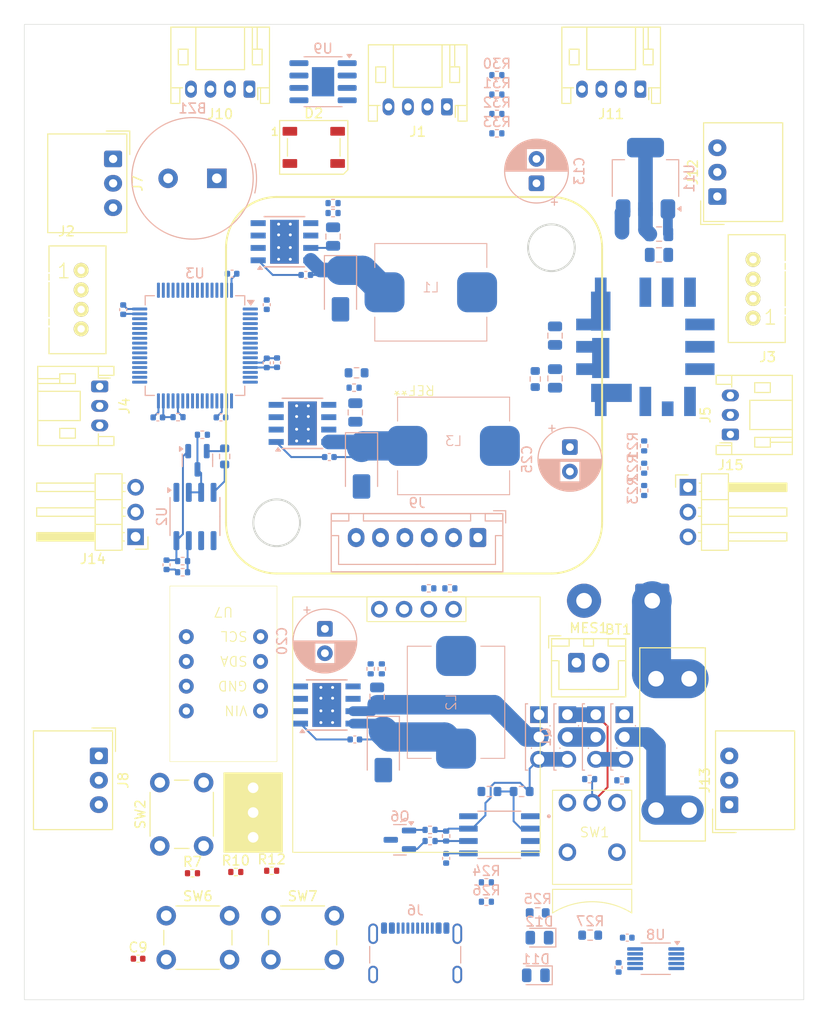
<source format=kicad_pcb>
(kicad_pcb (version 20241229) (generator "pcbnew") (generator_version "9.0")
  (layers (0 "F.Cu" signal) (2 "B.Cu" signal) (13 "F.Paste" user) (15 "B.Paste" user) (5 "F.SilkS" user "F.Silkscreen") (7 "B.SilkS" user "B.Silkscreen") (1 "F.Mask" user) (3 "B.Mask" user) (25 "Edge.Cuts" user))
  (net 0 "")
  (net 1 "GND")
  (net 2 "Buzzer")
  (net 3 "Net-(U1-Cd)")
  (net 4 "+3V3")
  (net 5 "NRST")
  (net 6 "+5V")
  (net 7 "VDD")
  (net 8 "Net-(U4-BOOT)")
  (net 9 "Net-(D10-K)")
  (net 10 "Net-(J7-Pin_2)")
  (net 11 "Net-(U8-V3)")
  (net 12 "Net-(U10-BOOT)")
  (net 13 "Net-(D13-K)")
  (net 14 "Net-(J12-Pin_2)")
  (net 15 "Net-(D14-K)")
  (net 16 "Net-(U12-BOOT)")
  (net 17 "Net-(J14-Pin_2)")
  (net 18 "LED")
  (net 19 "Net-(D11-K)")
  (net 20 "Net-(D11-A)")
  (net 21 "Net-(D12-A)")
  (net 22 "Net-(D12-K)")
  (net 23 "Net-(Q5-D)")
  (net 24 "Net-(BT1-+)")
  (net 25 "LiDAR_TX")
  (net 26 "LiDAR_RX")
  (net 27 "CAM_LED_L")
  (net 28 "CAM_LED_R")
  (net 33 "Net-(J6-CC2)")
  (net 34 "D+")
  (net 35 "Net-(J6-CC1)")
  (net 36 "D-")
  (net 39 "UART2_TX")
  (net 40 "UART2_RX")
  (net 41 "Net-(J10-Pin_2)")
  (net 42 "Net-(J10-Pin_3)")
  (net 43 "Net-(J11-Pin_2)")
  (net 44 "Net-(J11-Pin_3)")
  (net 45 "MG90S_L")
  (net 46 "MG90S_R")
  (net 47 "Net-(Q1-D)")
  (net 48 "Net-(Q1-G)")
  (net 49 "Net-(Q1-S)")
  (net 50 "Net-(Q2-S)")
  (net 51 "Net-(Q3-G)")
  (net 52 "Net-(Q6-B)")
  (net 53 "Net-(Q7-B)")
  (net 54 "Net-(Q7-E)")
  (net 55 "Net-(U1-IN)")
  (net 56 "Net-(U1-OUT)")
  (net 57 "SW1")
  (net 58 "SW4")
  (net 59 "Net-(U2-B)")
  (net 60 "BOOT0")
  (net 61 "SCL")
  (net 62 "SDA")
  (net 63 "UART3_TX")
  (net 64 "Net-(U4-VSENSE)")
  (net 65 "Net-(R21-Pad2)")
  (net 66 "Net-(U6-Trim)")
  (net 67 "Net-(R22-Pad2)")
  (net 68 "Net-(U9A-+)")
  (net 69 "Net-(U9A--)")
  (net 70 "Net-(U9B-+)")
  (net 71 "Net-(U9B--)")
  (net 72 "Net-(U10-VSENSE)")
  (net 73 "BOOT1")
  (net 74 "Net-(U12-VSENSE)")
  (net 75 "UART3_RX")
  (net 76 "STS_SIG")
  (net 80 "UART6_TX")
  (net 81 "UART1_RX")
  (net 96 "UART5_TX")
  (net 97 "UART6_RX")
  (net 103 "UART4_RX")
  (net 112 "UART5_RX")
  (net 114 "UART1_TX")
  (net 119 "UART4_TX")
  (net 135 "Loadcell_R")
  (net 136 "Loadcell_L")
  (footprint "Akizuki:Molex_SPOX_5268-03A_1x03_P2.50mm_Horizontal" (layer "F.Cu") (at 159.109 63.794 -90)
    (property "Reference" "J7")
    (property "Value" "STS3032_F")
  )
  (footprint "Capacitor_SMD:C_0402_1005Metric" (layer "F.Cu") (at 161.671 145.796)
    (property "Reference" "C9")
    (property "Value" "100n")
  )
  (footprint "Akizuki:FUSE_3557-15" (layer "F.Cu") (at 216.535 123.825 -90)
    (property "Reference" "F1" (hide yes))
    (property "Value" "10A")
  )
  (footprint "Akizuki:BNO055" (layer "F.Cu") (at 170.434 116.586 180)
    (property "Reference" "U7")
    (property "Value" "BNO055")
  )
  (footprint "LED_SMD:LED_WS2812B_PLCC4_5.0x5.0mm_P3.2mm" (layer "F.Cu") (at 179.705 62.611)
    (property "Reference" "D2")
    (property "Value" "WS2812B")
  )
  (footprint "Button_Switch_THT:SW_PUSH_6mm" (layer "F.Cu") (at 163.902 134.239 90)
    (property "Reference" "SW2")
    (property "Value" "SW_Push")
  )
  (footprint "Button_Switch_THT:SW_PUSH_6mm" (layer "F.Cu") (at 175.312 141.387)
    (property "Reference" "SW7")
    (property "Value" "SW_Push")
  )
  (footprint "Akizuki:SSD1306" (layer "F.Cu") (at 190.246 121.793)
    (property "Reference" "U5" (hide yes))
    (property "Value" "SSD1306")
  )
  (footprint "Akizuki:Molex_SPOX_5268-03A_1x03_P2.50mm_Horizontal" (layer "F.Cu") (at 221.129 67.651 90)
    (property "Reference" "J12")
    (property "Value" "STS3032_F")
  )
  (footprint "Resistor_SMD:R_0402_1005Metric" (layer "F.Cu") (at 175.385 136.779)
    (property "Reference" "R12")
    (property "Value" "10k")
  )
  (footprint "MountingHole:MountingHole_3.2mm_M3" (layer "F.Cu") (at 223 110)
    (property "Reference" "REF**" (hide yes))
    (property "Value" "MountingHole_3.2mm_M3" (hide yes))
  )
  (footprint "Connector_JST:JST_PH_S3B-PH-K_1x03_P2.00mm_Horizontal" (layer "F.Cu") (at 222.467 92.043 90)
    (property "Reference" "J5")
    (property "Value" "CAM_LED_R")
  )
  (footprint "Resistor_SMD:R_0402_1005Metric" (layer "F.Cu") (at 171.704 136.906)
    (property "Reference" "R10")
    (property "Value" "10k")
  )
  (footprint "Connector_JST:JST_PH_S4B-PH-K_1x04_P2.00mm_Horizontal" (layer "F.Cu") (at 173.101 56.642 180)
    (property "Reference" "J10")
    (property "Value" "Loadcell_L")
  )
  (footprint "Connector_JST:JST_XH_B2B-XH-A_1x02_P2.50mm_Vertical" (layer "F.Cu") (at 206.669 115.443)
    (property "Reference" "MES1")
    (property "Value" "Voltmeter_DC")
  )
  (footprint "Connector_PinHeader_2.54mm:PinHeader_1x03_P2.54mm_Horizontal" (layer "F.Cu") (at 161.417 102.54 180)
    (property "Reference" "J14")
    (property "Value" "MG90S_L")
  )
  (footprint "Connector_JST:JST_PH_S4B-PH-K_1x04_P2.00mm_Horizontal" (layer "F.Cu") (at 213.233 56.642 180)
    (property "Reference" "J11")
    (property "Value" "Loadcell_R")
  )
  (footprint "Akizuki:Molex_SPOX_5268-03A_1x03_P2.50mm_Horizontal" (layer "F.Cu") (at 222.355 130 90)
    (property "Reference" "J13")
    (property "Value" "STS3032_B")
  )
  (footprint "Akizuki:T-mini Plus" (layer "F.Cu") (at 190 87 180)
    (property "Reference" "REF**")
    (property "Value" "T-mini Plus")
    (fp_circle (center 14.1 -14.1) (end 16.5 -14.1) (stroke (width 0.2)) (fill no) (layer "Edge.Cuts"))
    (fp_circle (center -14.1 14.1) (end -11.7 14.1) (stroke (width 0.2)) (fill no) (layer "Edge.Cuts"))
  )
  (footprint "Akizuki:Grove_1x04" (layer "F.Cu") (at 224.796 80.114 180)
    (property "Reference" "J3")
    (property "Value" "CAM_R")
  )
  (footprint "Akizuki:Molex_SPOX_5268-03A_1x03_P2.50mm_Horizontal" (layer "F.Cu") (at 157.645 125 -90)
    (property "Reference" "J8")
    (property "Value" "STS3032_B")
  )
  (footprint "Connector_PinHeader_2.54mm:PinHeader_1x03_P2.54mm_Horizontal" (layer "F.Cu") (at 218.115 97.46)
    (property "Reference" "J15")
    (property "Value" "MG90_R")
  )
  (footprint "Resistor_SMD:R_0402_1005Metric" (layer "F.Cu") (at 167.257 137.033)
    (property "Reference" "R7")
    (property "Value" "10k")
  )
  (footprint "MountingHole:MountingHole_3.2mm_M3" (layer "F.Cu") (at 157 55)
    (property "Reference" "REF**" (hide yes))
    (property "Value" "MountingHole_3.2mm_M3" (hide yes))
  )
  (footprint "Connector_Wire:SolderWire-0.75sqmm_1x02_P7mm_D1.25mm_OD3.5mm" (layer "F.Cu") (at 214.447 109.093 180)
    (property "Reference" "BT1")
    (property "Value" "Battery")
  )
  (footprint "Connector_JST:JST_PH_S4B-PH-K_1x04_P2.00mm_Horizontal" (layer "F.Cu") (at 193.373 58.457 180)
    (property "Reference" "J1")
    (property "Value" "LiDAR")
  )
  (footprint "Akizuki:Akizuki_3PSW" (layer "F.Cu") (at 173.482 130.81 90)
    (property "Reference" "SW5")
    (property "Value" "SW_SPDT" (hide yes))
  )
  (footprint "Connector_JST:JST_PH_S3B-PH-K_1x03_P2.00mm_Horizontal" (layer "F.Cu") (at 157.734 87.122 -90)
    (property "Reference" "J4")
    (property "Value" "CAM_LED_L")
  )
  (footprint "Button_Switch_THT:SW_PUSH_6mm" (layer "F.Cu") (at 164.562 141.387)
    (property "Reference" "SW6")
    (property "Value" "SW_Push")
  )
  (footprint "MountingHole:MountingHole_3.2mm_M3" (layer "F.Cu") (at 157 110)
    (property "Reference" "REF**" (hide yes))
    (property "Value" "MountingHole_3.2mm_M3" (hide yes))
  )
  (footprint "Akizuki:AkizukiSmallRockerSwitchHorizontal" (layer "F.Cu") (at 208.28 129.794)
    (property "Reference" "SW1")
    (property "Value" "SW_SPST")
  )
  (footprint "Akizuki:Grove_1x04" (layer "F.Cu") (at 155.829 75.216)
    (property "Reference" "J2")
    (property "Value" "CAM_L")
  )
  (footprint "MountingHole:MountingHole_3.2mm_M3" (layer "F.Cu") (at 223 55)
    (property "Reference" "REF**" (hide yes))
    (property "Value" "MountingHole_3.2mm_M3" (hide yes))
  )
  (footprint "Capacitor_SMD:C_0402_1005Metric" (layer "B.Cu") (at 211.88281 143.637 180)
    (property "Reference" "C17" (hide yes))
    (property "Value" "100n" (hide yes))
  )
  (footprint "LCSC:FXL1040-220-M" (layer "B.Cu") (at 194.056 93.218 180)
    (property "Reference" "L3")
    (property "Value" "22uH")
  )
  (footprint "Capacitor_SMD:C_0805_2012Metric" (layer "B.Cu") (at 204.47 86.299 90)
    (property "Reference" "C15" (hide yes))
    (property "Value" "10u" (hide yes))
  )
  (footprint "Package_SO:SOIC-8-1EP_3.9x4.9mm_P1.27mm_EP2.29x3mm" (layer "B.Cu") (at 180.659 55.88 180)
    (property "Reference" "U9")
    (property "Value" "LM358")
  )
  (footprint "Resistor_SMD:R_0402_1005Metric" (layer "B.Cu") (at 198.499 61.172 180)
    (property "Reference" "R33")
    (property "Value" "330")
  )
  (footprint "Capacitor_SMD:C_0402_1005Metric" (layer "B.Cu") (at 175.935 84.681 90)
    (property "Reference" "C8" (hide yes))
    (property "Value" "4.7u" (hide yes))
  )
  (footprint "Resistor_SMD:R_0603_1608Metric" (layer "B.Cu") (at 197.739 128.651 180)
    (property "Reference" "R4" (hide yes))
    (property "Value" "1k8" (hide yes))
  )
  (footprint "Capacitor_SMD:C_0805_2012Metric" (layer "B.Cu") (at 181.686 71.755 90)
    (property "Reference" "C11" (hide yes))
    (property "Value" "10u" (hide yes))
  )
  (footprint "LCSC:FXL1040-220-M" (layer "B.Cu") (at 194.31 119.507 -90)
    (property "Reference" "L2")
    (property "Value" "22uH")
  )
  (footprint "Package_SO:MSOP-10_3x3mm_P0.5mm" (layer "B.Cu") (at 214.80381 145.796 180)
    (property "Reference" "U8")
    (property "Value" "CH340E")
  )
  (footprint "Resistor_SMD:R_0603_1608Metric" (layer "B.Cu") (at 202.438 86.36 90)
    (property "Reference" "R20" (hide yes))
    (property "Value" "1k2" (hide yes))
  )
  (footprint "Capacitor_SMD:C_0402_1005Metric" (layer "B.Cu") (at 164.592 105.41 90)
    (property "Reference" "C10" (hide yes))
    (property "Value" "100n" (hide yes))
  )
  (footprint "Capacitor_SMD:C_0402_1005Metric" (layer "B.Cu") (at 163.703 90.297)
    (property "Reference" "C4" (hide yes))
    (property "Value" "100n" (hide yes))
  )
  (footprint "Akizuki:OKL-T6-W12N-C-SMD" (layer "B.Cu") (at 213.741 83.058 -90)
    (property "Reference" "U6" (hide yes))
    (property "Value" "OKL-T/6-W12N-C" (hide yes))
  )
  (footprint "Resistor_SMD:R_0402_1005Metric" (layer "B.Cu") (at 213.619 93.218 -90)
    (property "Reference" "R21")
    (property "Value" "1k")
  )
  (footprint "Resistor_SMD:R_0402_1005Metric" (layer "B.Cu") (at 191.643 132.588 180)
    (property "Reference" "R42" (hide yes))
    (property "Value" "2k2" (hide yes))
  )
  (footprint "Capacitor_SMD:C_0805_2012Metric" (layer "B.Cu") (at 215.138 73.635)
    (property "Reference" "C21" (hide yes))
    (property "Value" "22u" (hide yes))
  )
  (footprint "Resistor_SMD:R_0402_1005Metric" (layer "B.Cu") (at 165.775 90.269 180)
    (property "Reference" "R38" (hide yes))
    (property "Value" "10k" (hide yes))
  )
  (footprint "LED_SMD:LED_0805_2012Metric" (layer "B.Cu") (at 202.5 147.5 180)
    (property "Reference" "D11")
    (property "Value" "LED_GREEN")
  )
  (footprint "Capacitor_SMD:C_0402_1005Metric" (layer "B.Cu") (at 178.892 75.692)
    (property "Reference" "C12" (hide yes))
    (property "Value" "10n" (hide yes))
  )
  (footprint "Resistor_SMD:R_0402_1005Metric" (layer "B.Cu") (at 213.619 97.79 -90)
    (property "Reference" "R23")
    (property "Value" "10")
  )
  (footprint "Resistor_SMD:R_0402_1005Metric" (layer "B.Cu") (at 166.243 105.029)
    (property "Reference" "R15" (hide yes))
    (property "Value" "2k2" (hide yes))
  )
  (footprint "Resistor_SMD:R_0402_1005Metric" (layer "B.Cu") (at 183.845 87.249 180)
    (property "Reference" "R39" (hide yes))
    (property "Value" "10k" (hide yes))
  )
  (footprint "Akizuki:M51957B" (layer "B.Cu") (at 198.755 133.096 180)
    (property "Reference" "U1" (hide yes))
    (property "Value" "M51957B")
  )
  (footprint "Capacitor_SMD:C_0402_1005Metric" (layer "B.Cu") (at 170.18 90.297)
    (property "Reference" "C3" (hide yes))
    (property "Value" "100n" (hide yes))
  )
  (footprint "Resistor_SMD:R_0402_1005Metric" (layer "B.Cu") (at 193.675 107.823 180)
    (property "Reference" "R14" (hide yes))
    (property "Value" "10k" (hide yes))
  )
  (footprint "Capacitor_SMD:C_0402_1005Metric" (layer "B.Cu") (at 181.305 94.361)
    (property "Reference" "C24" (hide yes))
    (property "Value" "10n" (hide yes))
  )
  (footprint "Capacitor_SMD:C_0402_1005Metric" (layer "B.Cu") (at 193.294 135.509 -90)
    (property "Reference" "C1" (hide yes))
    (property "Value" "4n7" (hide yes))
  )
  (footprint "Package_TO_SOT_SMD:SOT-23" (layer "B.Cu") (at 167.767 94.6935 -90)
    (property "Reference" "Q7" (hide yes))
    (property "Value" "PNP" (hide yes))
  )
  (footprint "Connector_JST:JST_XH_B6B-XH-A_1x06_P2.50mm_Vertical" (layer "B.Cu") (at 196.556 102.616 180)
    (property "Reference" "J9")
    (property "Value" "RPi")
  )
  (footprint "Resistor_SMD:R_0402_1005Metric" (layer "B.Cu") (at 197.422786 139.954 180)
    (property "Reference" "R26")
    (property "Value" "5.1k")
  )
  (footprint "Package_SO:SOIC-8_3.9x4.9mm_P1.27mm" (layer "B.Cu") (at 167.513 100.457 -90)
    (property "Reference" "U2")
    (property "Value" "MAX485E")
  )
  (footprint "Capacitor_THT:CP_Radial_D6.3mm_P2.50mm" (layer "B.Cu") (at 205.994 93.345 -90)
    (property "Reference" "C25")
    (property "Value" "220u")
  )
  (footprint "Resistor_SMD:R_0402_1005Metric" (layer "B.Cu") (at 198.499 57.192 180)
    (property "Reference" "R31")
    (property "Value" "330")
  )
  (footprint "Package_SO:TI_SO-PowerPAD-8_ThermalVias" (layer "B.Cu") (at 176.698 72.285)
    (property "Reference" "U4" (hide yes))
    (property "Value" "TPS5430DDA" (hide yes))
  )
  (footprint "Package_SO:TI_SO-PowerPAD-8_ThermalVias" (layer "B.Cu") (at 181.038 119.783)
    (property "Reference" "U10" (hide yes))
    (property "Value" "TPS5430DDA" (hide yes))
  )
  (footprint "Package_TO_SOT_SMD:SOT-223-3_TabPin2" (layer "B.Cu") (at 213.755 65.786 90)
    (property "Reference" "U11")
    (property "Value" "AMS1117-3.3")
  )
  (footprint "Package_TO_SOT_SMD:SOT-23" (layer "B.Cu") (at 188.5465 133.604 180)
    (property "Reference" "Q6")
    (property "Value" "NPN")
  )
  (footprint "Capacitor_SMD:C_0805_2012Metric" (layer "B.Cu") (at 204.47 81.915 -90)
    (property "Reference" "C14" (hide yes))
    (property "Value" "22u" (hide yes))
  )
  (footprint "Resistor_SMD:R_0402_1005Metric" (layer "B.Cu") (at 193.294 133.223 -90)
    (property "Reference" "R5" (hide yes))
    (property "Value" "10k" (hide yes))
  )
  (footprint "Resistor_SMD:R_0402_1005Metric" (layer "B.Cu") (at 166.243 106.172 180)
    (property "Reference" "R11" (hide yes))
    (property "Value" "2k2" (hide yes))
  )
  (footprint "Capacitor_SMD:C_0402_1005Metric" (layer "B.Cu") (at 174.879 84.709 90)
    (property "Reference" "C7" (hide yes))
    (property "Value" "100n" (hide yes))
  )
  (footprint "Capacitor_SMD:C_0402_1005Metric" (layer "B.Cu") (at 174.879 78.74 90)
    (property "Reference" "C2" (hide yes))
    (property "Value" "100n" (hide yes))
  )
  (footprint "Package_TO_SOT_THT:TO-251-3_Vertical" (layer "B.Cu") (at 208.661 120.773 -90)
    (property "Reference" "Q2" (hide yes))
    (property "Value" "Q_PMOS_GDS" (hide yes))
  )
  (footprint "LCSC:FXL1040-220-M" (layer "B.Cu") (at 191.719 77.47 180)
    (property "Reference" "L1")
    (property "Value" "22uH")
  )
  (footprint "Package_TO_SOT_THT:TO-251-3_Vertical" (layer "B.Cu") (at 202.819 120.773 -90)
    (property "Reference" "Q3" (hide yes))
    (property "Value" "Q_PMOS_GDS" (hide yes))
  )
  (footprint "Resistor_SMD:R_0402_1005Metric" (layer "B.Cu") (at 186.69 116.078 -90)
    (property "Reference" "R36" (hide yes))
    (property "Value" "10k" (hide yes))
  )
  (footprint "Capacitor_SMD:C_0805_2012Metric" (layer "B.Cu") (at 186.21 118.933 90)
    (property "Reference" "C18" (hide yes))
    (property "Value" "10u")
  )
  (footprint "Capacitor_SMD:C_0402_1005Metric" (layer "B.Cu") (at 210.99381 146.685 90)
    (property "Reference" "C16" (hide yes))
    (property "Value" "100n" (hide yes))
  )
  (footprint "Resistor_SMD:R_0603_1608Metric" (layer "B.Cu") (at 208.07581 143.383 180)
    (property "Reference" "R27")
    (property "Value" "470")
  )
  (footprint "Resistor_SMD:R_0402_1005Metric" (layer "B.Cu") (at 168.275 92.075)
    (property "Reference" "R17" (hide yes))
    (property "Value" "20k" (hide yes))
  )
  (footprint "Capacitor_SMD:C_0402_1005Metric" (layer "B.Cu") (at 183.924 123.317)
    (property "Reference" "C19" (hide yes))
    (property "Value" "10n" (hide yes))
  )
  (footprint "Resistor_SMD:R_0603_1608Metric" (layer "B.Cu") (at 184.099 85.725)
    (property "Reference" "R40" (hide yes))
    (property "Value" "2.7k" (hide yes))
  )
  (footprint "Resistor_SMD:R_0603_1608Metric" (layer "B.Cu") (at 170.561 94.298 -90)
    (property "Reference" "R16" (hide yes))
    (property "Value" "7k5" (hide yes))
  )
  (footprint "Resistor_SMD:R_0402_1005Metric" (layer "B.Cu") (at 191.516 107.823 180)
    (property "Reference" "R13" (hide yes))
    (property "Value" "10k" (hide yes))
  )
  (footprint "Connector_USB:USB_C_Receptacle_GCT_USB4105-xx-A_16P_TopMnt_Horizontal" (layer "B.Cu") (at 190.119 146.34 180)
    (property "Reference" "J6")
    (property "Value" "USB_C_Receptacle_USB2.0_16P")
  )
  (footprint "Package_TO_SOT_THT:TO-251-3_Vertical" (layer "B.Cu") (at 205.74 120.773 -90)
    (property "Reference" "Q1")
    (property "Value" "Q_PMOS_GDS" (hide yes))
  )
  (footprint "Capacitor_SMD:C_0402_1005Metric" (layer "B.Cu") (at 171.323 75.565 180)
    (property "Reference" "C6" (hide yes))
    (property "Value" "100n" (hide yes))
  )
  (footprint "Resistor_SMD:R_0603_1608Metric" (layer "B.Cu") (at 202.690786 141.097 180)
    (property "Reference" "R25")
    (property "Value" "470")
  )
  (footprint "Resistor_SMD:R_0402_1005Metric" (layer "B.Cu") (at 213.619 95.504 -90)
    (property "Reference" "R22")
    (property "Value" "330")
  )
  (footprint "Capacitor_SMD:C_0805_2012Metric" (layer "B.Cu") (at 215.152 71.501)
    (property "Reference" "C22" (hide yes))
    (property "Value" "22u" (hide yes))
  )
  (footprint "Diode_SMD:D_SMA" (layer "B.Cu") (at 184.607 95.377 -90)
    (property "Reference" "D14" (hide yes))
    (property "Value" "SS34" (hide yes))
  )
  (footprint "Capacitor_SMD:C_0402_1005Metric" (layer "B.Cu") (at 160.147 79.248 -90)
    (property "Reference" "C5" (hide yes))
    (property "Value" "100n" (hide yes))
  )
  (footprint "Buzzer_Beeper:Buzzer_TDK_PS1240P02BT_D12.2mm_H6.5mm" (layer "B.Cu") (at 169.756785 65.786 180)
    (property "Reference" "BZ1")
    (property "Value" "Buzzer")
  )
  (footprint "Resistor_SMD:R_0402_1005Metric" (layer "B.Cu") (at 198.499 55.202 180)
    (property "Reference" "R30")
    (property "Value" "330")
  )
  (footprint "Package_SO:TI_SO-PowerPAD-8_ThermalVias" (layer "B.Cu") (at 178.546 90.91)
    (property "Reference" "U12" (hide yes))
    (property "Value" "TPS5430DDA" (hide yes))
  )
  (footprint "Diode_SMD:D_SMA" (layer "B.Cu") (at 182.448 77.216 -90)
    (property "Reference" "D10" (hide yes))
    (property "Value" "SS34" (hide yes))
  )
  (footprint "Package_QFP:LQFP-64_10x10mm_P0.5mm" (layer "B.Cu") (at 167.513 82.931 180)
    (property "Reference" "U3")
    (property "Value" "STM32F446RETx" (hide yes))
  )
  (footprint "Diode_SMD:D_SMA" (layer "B.Cu") (at 186.845 124.46 -90)
    (property "Reference" "D13" (hide yes))
    (property "Value" "SS34" (hide yes))
  )
  (footprint "Package_TO_SOT_THT:TO-251-3_Vertical" (layer "B.Cu") (at 211.582 120.773 -90)
    (property "Reference" "Q5" (hide yes))
    (property "Value" "Q_PMOS_GDS" (hide yes))
  )
  (footprint "Resistor_SMD:R_0402_1005Metric" (layer "B.Cu") (at 208.026 127.381)
    (property "Reference" "R2" (hide yes))
    (property "Value" "100k" (hide yes))
  )
  (footprint "Resistor_SMD:R_0402_1005Metric" (layer "B.Cu") (at 198.499 59.182 180)
    (property "Reference" "R32")
    (property "Value" "330")
  )
  (footprint "Resistor_SMD:R_0402_1005Metric" (layer "B.Cu") (at 197.422786 137.964 180)
    (property "Reference" "R24")
    (property "Value" "5.1k")
  )
  (footprint "LED_SMD:LED_0805_2012Metric" (layer "B.Cu") (at 202.86881 143.637 180)
    (property "Reference" "D12")
    (property "Value" "LED_YELLOW")
  )
  (footprint "Resistor_SMD:R_0603_1608Metric" (layer "B.Cu") (at 201.041 128.651 180)
    (property "Reference" "R3" (hide yes))
    (property "Value" "13k" (hide yes))
  )
  (footprint "Capacitor_THT:CP_Radial_D6.3mm_P2.50mm" (layer "B.Cu") (at 202.565 66.294 90)
    (property "Reference" "C13")
    (property "Value" "220u")
  )
  (footprint "Capacitor_SMD:C_0805_2012Metric" (layer "B.Cu") (at 183.972 89.789 90)
    (property "Reference" "C23" (hide yes))
    (property "Value" "10u" (hide yes))
  )
  (footprint "Resistor_SMD:R_0402_1005Metric" (layer "B.Cu") (at 185.547 116.078 -90)
    (property "Reference" "R37" (hide yes))
    (property "Value" "2k2" (hide yes))
  )
  (footprint "Resistor_SMD:R_0402_1005Metric" (layer "B.Cu") (at 181.686 68.326 180)
    (property "Reference" "R18" (hide yes))
    (property "Value" "10k" (hide yes))
  )
  (footprint "Capacitor_THT:CP_Radial_D6.3mm_P2.50mm" (layer "B.Cu") (at 180.848 111.974621 -90)
    (property "Reference" "C20")
    (property "Value" "220u")
  )
  (footprint "Resistor_SMD:R_0402_1005Metric" (layer "B.Cu") (at 211.328 127.508 180)
    (property "Reference" "R1" (hide yes))
    (property "Value" "100k" (hide yes))
  )
  (footprint "Resistor_SMD:R_0402_1005Metric" (layer "B.Cu") (at 191.643 133.731 180)
    (property "Reference" "R43" (hide yes))
    (property "Value" "10k" (hide yes))
  )
  (footprint "Resistor_SMD:R_0402_1005Metric" (layer "B.Cu") (at 181.686 69.342)
    (property "Reference" "R19" (hide yes))
    (property "Value" "2k2" (hide yes))
  )
  (gr_rect (start 150 50) (end 230 150) (stroke (width 0.05)) (fill no) (layer "Edge.Cuts"))
  (segment (start 170.763 88.606) (end 170.763 90.194) (width 0.2) (layer "B.Cu") (net 1))
  (segment (start 175.907 84.229) (end 175.935 84.201) (width 0.2) (layer "B.Cu") (net 1))
  (segment (start 165.265 90.269) (end 164.211 90.269) (width 0.2) (layer "B.Cu") (net 1))
  (segment (start 160.194 79.681) (end 160.147 79.728) (width 0.2) (layer "B.Cu") (net 1))
  (segment (start 164.263 90.217) (end 164.183 90.297) (width 0.2) (layer "B.Cu") (net 1))
  (segment (start 170.763 90.194) (end 170.66 90.297) (width 0.2) (layer "B.Cu") (net 1))
  (segment (start 164.592 105.89) (end 165.451 105.89) (width 0.2) (layer "B.Cu") (net 1))
  (segment (start 164.211 90.269) (end 164.183 90.297) (width 0.2) (layer "B.Cu") (net 1))
  (segment (start 170.843 75.565) (end 170.763 75.645) (width 0.2) (layer "B.Cu") (net 1))
  (segment (start 164.263 88.606) (end 164.263 90.217) (width 0.2) (layer "B.Cu") (net 1))
  (segment (start 174.879 84.229) (end 175.907 84.229) (width 0.2) (layer "B.Cu") (net 1))
  (segment (start 161.838 79.681) (end 160.194 79.681) (width 0.2) (layer "B.Cu") (net 1))
  (segment (start 216.055 68.936) (end 216.055 71.454) (width 1) (layer "B.Cu") (net 1))
  (segment (start 174.427 84.681) (end 173.188 84.681) (width 0.2) (layer "B.Cu") (net 1))
  (segment (start 165.451 105.89) (end 165.733 106.172) (width 0.2) (layer "B.Cu") (net 1))
  (segment (start 170.763 75.645) (end 170.763 77.256) (width 0.2) (layer "B.Cu") (net 1))
  (segment (start 174.879 84.229) (end 174.427 84.681) (width 0.2) (layer "B.Cu") (net 1))
  (segment (start 216.055 71.454) (end 216.102 71.501) (width 1) (layer "B.Cu") (net 1))
  (segment (start 195.58 135.001) (end 193.322 135.001) (width 0.2) (layer "B.Cu") (net 3))
  (segment (start 193.322 135.001) (end 193.294 135.029) (width 0.2) (layer "B.Cu") (net 3))
  (segment (start 160.56 79.181) (end 160.147 78.768) (width 0.2) (layer "B.Cu") (net 4))
  (segment (start 175.935 85.161) (end 174.907 85.161) (width 0.2) (layer "B.Cu") (net 4))
  (segment (start 163.763 89.757) (end 163.223 90.297) (width 0.2) (layer "B.Cu") (net 4))
  (segment (start 171.263 77.256) (end 171.263 76.105) (width 0.2) (layer "B.Cu") (net 4))
  (segment (start 174.907 85.161) (end 174.879 85.189) (width 0.2) (layer "B.Cu") (net 4))
  (segment (start 213.755 68.936) (end 213.755 71.054) (width 1.5) (layer "B.Cu") (net 4))
  (segment (start 163.763 88.606) (end 163.763 89.757) (width 0.2) (layer "B.Cu") (net 4))
  (segment (start 213.755 62.636) (end 213.755 68.936) (width 1.5) (layer "B.Cu") (net 4))
  (segment (start 173.188 85.181) (end 174.871 85.181) (width 0.2) (layer "B.Cu") (net 4))
  (segment (start 170.263 88.606) (end 170.263 89.734) (width 0.2) (layer "B.Cu") (net 4))
  (segment (start 213.755 71.054) (end 214.202 71.501) (width 1.5) (layer "B.Cu") (net 4))
  (segment (start 170.263 89.734) (end 169.7 90.297) (width 0.2) (layer "B.Cu") (net 4))
  (segment (start 171.263 76.105) (end 171.803 75.565) (width 0.2) (layer "B.Cu") (net 4))
  (segment (start 174.871 85.181) (end 174.879 85.189) (width 0.2) (layer "B.Cu") (net 4))
  (segment (start 161.838 79.181) (end 160.56 79.181) (width 0.2) (layer "B.Cu") (net 4))
  (segment (start 165.608 104.904) (end 165.733 105.029) (width 0.2) (layer "B.Cu") (net 6))
  (segment (start 166.277 102.263) (end 165.608 102.932) (width 0.2) (layer "B.Cu") (net 6))
  (segment (start 164.592 104.93) (end 165.634 104.93) (width 0.2) (layer "B.Cu") (net 6))
  (segment (start 211.215 69.176) (end 211.455 68.936) (width 1) (layer "B.Cu") (net 6))
  (segment (start 165.634 104.93) (end 165.733 105.029) (width 0.2) (layer "B.Cu") (net 6))
  (segment (start 166.277 94.296) (end 166.277 102.263) (width 0.2) (layer "B.Cu") (net 6))
  (segment (start 211.342 71.313) (end 211.342 69.303) (width 1.5) (layer "B.Cu") (net 6))
  (segment (start 166.817 93.756) (end 166.277 94.296) (width 0.2) (layer "B.Cu") (net 6))
  (segment (start 211.455 69.19) (end 211.455 68.936) (width 1.5) (layer "B.Cu") (net 6))
  (segment (start 211.342 69.303) (end 211.455 69.19) (width 1.5) (layer "B.Cu") (net 6))
  (segment (start 165.608 102.932) (end 165.608 104.904) (width 0.2) (layer "B.Cu") (net 6))
  (segment (start 183.738 120.418) (end 185.675 120.418) (width 1) (layer "B.Cu") (net 7))
  (segment (start 202.819 123.063) (end 201.549 123.063) (width 2) (layer "B.Cu") (net 7))
  (segment (start 198.245 119.759) (end 186.21 119.759) (width 2) (layer "B.Cu") (net 7))
  (segment (start 185.675 120.418) (end 186.21 119.883) (width 1) (layer "B.Cu") (net 7))
  (segment (start 201.549 123.063) (end 198.245 119.759) (width 2) (layer "B.Cu") (net 7))
  (segment (start 181.471 72.92) (end 181.686 72.705) (width 0.2) (layer "B.Cu") (net 7))
  (segment (start 179.398 72.92) (end 181.471 72.92) (width 0.2) (layer "B.Cu") (net 7))
  (segment (start 173.998 74.19) (end 175.5 75.692) (width 0.2) (layer "B.Cu") (net 8))
  (segment (start 175.5 75.692) (end 178.412 75.692) (width 0.2) (layer "B.Cu") (net 8))
  (segment (start 186.969 77.47) (end 184.715 75.216) (width 3) (layer "B.Cu") (net 9))
  (segment (start 179.398 74.19) (end 180.392 75.184) (width 1.5) (layer "B.Cu") (net 9))
  (segment (start 180.392 75.184) (end 182.416 75.184) (width 1.5) (layer "B.Cu") (net 9))
  (segment (start 184.715 75.216) (end 182.448 75.216) (width 3) (layer "B.Cu") (net 9))
  (segment (start 182.416 75.184) (end 182.448 75.216) (width 1.5) (layer "B.Cu") (net 9))
  (segment (start 179.372 75.692) (end 181.972 75.692) (width 0.2) (layer "B.Cu") (net 9))
  (segment (start 181.972 75.692) (end 182.448 75.216) (width 0.2) (layer "B.Cu") (net 9))
  (segment (start 178.338 121.688) (end 179.967 123.317) (width 0.2) (layer "B.Cu") (net 12))
  (segment (start 179.967 123.317) (end 183.444 123.317) (width 0.2) (layer "B.Cu") (net 12))
  (segment (start 186.073 121.688) (end 186.845 122.46) (width 1) (layer "B.Cu") (net 13))
  (segment (start 187.448 123.063) (end 193.116 123.063) (width 3) (layer "B.Cu") (net 13))
  (segment (start 185.988 123.317) (end 186.845 122.46) (width 0.2) (layer "B.Cu") (net 13))
  (segment (start 183.738 121.688) (end 186.073 121.688) (width 1) (layer "B.Cu") (net 13))
  (segment (start 186.496 122.809) (end 186.845 122.46) (width 1.5) (layer "B.Cu") (net 13))
  (segment (start 184.404 123.317) (end 185.988 123.317) (width 0.2) (layer "B.Cu") (net 13))
  (segment (start 187.448 123.063) (end 186.845 122.46) (width 3) (layer "B.Cu") (net 13))
  (segment (start 193.116 123.063) (end 194.31 124.257) (width 3) (layer "B.Cu") (net 13))
  (segment (start 183.623 94.361) (end 184.607 93.377) (width 0.2) (layer "B.Cu") (net 15))
  (segment (start 181.246 92.815) (end 184.045 92.815) (width 1.5) (layer "B.Cu") (net 15))
  (segment (start 181.785 94.361) (end 183.623 94.361) (width 0.2) (layer "B.Cu") (net 15))
  (segment (start 189.306 93.218) (end 184.766 93.218) (width 3) (layer "B.Cu") (net 15))
  (segment (start 184.766 93.218) (end 184.607 93.377) (width 3) (layer "B.Cu") (net 15))
  (segment (start 184.045 92.815) (end 184.607 93.377) (width 1.5) (layer "B.Cu") (net 15))
  (segment (start 177.392 94.361) (end 180.825 94.361) (width 0.2) (layer "B.Cu") (net 16))
  (segment (start 175.846 92.815) (end 177.392 94.361) (width 0.2) (layer "B.Cu") (net 16))
  (segment (start 211.582 123.063) (end 213.8995 123.063) (width 2) (layer "B.Cu") (net 23))
  (segment (start 218.235 130.56) (end 214.835 130.56) (width 3) (layer "B.Cu") (net 23))
  (segment (start 213.8995 123.063) (end 214.835 123.9985) (width 2) (layer "B.Cu") (net 23))
  (segment (start 214.835 123.9985) (end 214.835 130.56) (width 2) (layer "B.Cu") (net 23))
  (segment (start 214.447 109.093) (end 214.376 109.164) (width 4) (layer "B.Cu") (net 24))
  (segment (start 214.376 109.164) (end 214.376 116.631) (width 4) (layer "B.Cu") (net 24))
  (segment (start 218.235 117.09) (end 214.835 117.09) (width 4) (layer "B.Cu") (net 24))
  (segment (start 214.574 116.829) (end 214.835 117.09) (width 2) (layer "B.Cu") (net 24))
  (segment (start 214.376 116.631) (end 214.574 116.829) (width 4) (layer "B.Cu") (net 24))
  (segment (start 205.497 123.059) (end 205.493 123.063) (width 1) (layer "B.Cu") (net 47))
  (segment (start 208.661 123.063) (end 205.74 123.063) (width 2) (layer "B.Cu") (net 47))
  (segment (start 209.862 121.974) (end 208.661 120.773) (width 0.2) (layer "F.Cu") (net 48))
  (segment (start 208.28 129.794) (end 209.862 128.212) (width 0.2) (layer "F.Cu") (net 48))
  (segment (start 209.862 128.212) (end 209.862 121.974) (width 0.2) (layer "F.Cu") (net 48))
  (segment (start 208.661 120.773) (end 205.74 120.773) (width 1.5) (layer "B.Cu") (net 48))
  (segment (start 208.28 127.637) (end 208.536 127.381) (width 0.2) (layer "B.Cu") (net 48))
  (segment (start 208.28 129.794) (end 208.28 127.637) (width 0.2) (layer "B.Cu") (net 48))
  (segment (start 196.831 131.591) (end 197.327064 131.094936) (width 0.2) (layer "B.Cu") (net 49))
  (segment (start 195.58 132.461) (end 195.965146 132.461) (width 0.2) (layer "B.Cu") (net 49))
  (segment (start 198.263936 127.762) (end 200.891775 127.762) (width 0.2) (layer "B.Cu") (net 49))
  (segment (start 193.546 132.461) (end 193.294 132.713) (width 0.2) (layer "B.Cu") (net 49))
  (segment (start 197.327064 129.824936) (end 197.863 129.289) (width 0.2) (layer "B.Cu") (net 49))
  (segment (start 197.863 129.289) (end 197.863 128.162936) (width 0.2) (layer "B.Cu") (net 49))
  (segment (start 201.866 126.306) (end 202.819 125.353) (width 0.2) (layer "B.Cu") (net 49))
  (segment (start 195.58 132.461) (end 193.546 132.461) (width 0.2) (layer "B.Cu") (net 49))
  (segment (start 201.866 128.651) (end 201.866 126.306) (width 0.2) (layer "B.Cu") (net 49))
  (segment (start 197.863 128.162936) (end 198.263936 127.762) (width 0.2) (layer "B.Cu") (net 49))
  (segment (start 196.831 131.595146) (end 196.831 131.591) (width 0.2) (layer "B.Cu") (net 49))
  (segment (start 193.294 132.713) (end 192.278 132.713) (width 0.2) (layer "B.Cu") (net 49))
  (segment (start 205.74 125.353) (end 202.819 125.353) (width 1.5) (layer "B.Cu") (net 49))
  (segment (start 197.327064 131.094936) (end 197.327064 129.824936) (width 0.2) (layer "B.Cu") (net 49))
  (segment (start 201.780775 128.651) (end 201.866 128.651) (width 0.2) (layer "B.Cu") (net 49))
  (segment (start 200.891775 127.762) (end 201.780775 128.651) (width 0.2) (layer "B.Cu") (net 49))
  (segment (start 195.965146 132.461) (end 196.831 131.595146) (width 0.2) (layer "B.Cu") (net 49))
  (segment (start 192.278 132.713) (end 192.153 132.588) (width 0.2) (layer "B.Cu") (net 49))
  (segment (start 211.582 125.353) (end 208.661 125.353) (width 1.5) (layer "B.Cu") (net 50))
  (segment (start 189.55 132.588) (end 189.484 132.654) (width 0.2) (layer "B.Cu") (net 51))
  (segment (start 191.133 132.588) (end 189.55 132.588) (width 0.2) (layer "B.Cu") (net 51))
  (segment (start 189.484 134.554) (end 190.31 134.554) (width 0.2) (layer "B.Cu") (net 52))
  (segment (start 190.31 134.554) (end 191.133 133.731) (width 0.2) (layer "B.Cu") (net 52))
  (segment (start 168.717 93.756) (end 170.278 93.756) (width 0.2) (layer "B.Cu") (net 53))
  (segment (start 170.278 93.756) (end 170.561 93.473) (width 0.2) (layer "B.Cu") (net 53))
  (segment (start 168.148 97.982) (end 168.148 96.012) (width 0.2) (layer "B.Cu") (net 54))
  (segment (start 168.148 96.012) (end 167.767 95.631) (width 0.2) (layer "B.Cu") (net 54))
  (segment (start 167.765 95.629) (end 167.767 95.631) (width 0.2) (layer "B.Cu") (net 54))
  (segment (start 166.878 97.982) (end 168.148 97.982) (width 0.2) (layer "B.Cu") (net 54))
  (segment (start 167.765 92.075) (end 167.765 95.629) (width 0.2) (layer "B.Cu") (net 54))
  (segment (start 200.216 131.697) (end 200.98 132.461) (width 0.2) (layer "B.Cu") (net 55))
  (segment (start 200.98 132.461) (end 201.93 132.461) (width 0.2) (layer "B.Cu") (net 55))
  (segment (start 200.216 128.651) (end 200.216 131.697) (width 0.2) (layer "B.Cu") (net 55))
  (segment (start 198.564 128.651) (end 200.216 128.651) (width 0.2) (layer "B.Cu") (net 55))
  (segment (start 192.153 133.731) (end 195.58 133.731) (width 0.2) (layer "B.Cu") (net 56))
  (segment (start 166.753 103.057) (end 166.878 102.932) (width 0.2) (layer "B.Cu") (net 59))
  (segment (start 166.753 106.172) (end 166.753 103.057) (width 0.2) (layer "B.Cu") (net 59))
  (segment (start 170.561 95.123) (end 170.561 96.839) (width 0.2) (layer "B.Cu") (net 63))
  (segment (start 170.561 96.839) (end 169.418 97.982) (width 0.2) (layer "B.Cu") (net 63))
  (segment (start 165.763 88.606) (end 165.763 89.747) (width 0.2) (layer "B.Cu") (net 73))
  (segment (start 165.763 89.747) (end 166.285 90.269) (width 0.2) (layer "B.Cu") (net 73))
)
</source>
